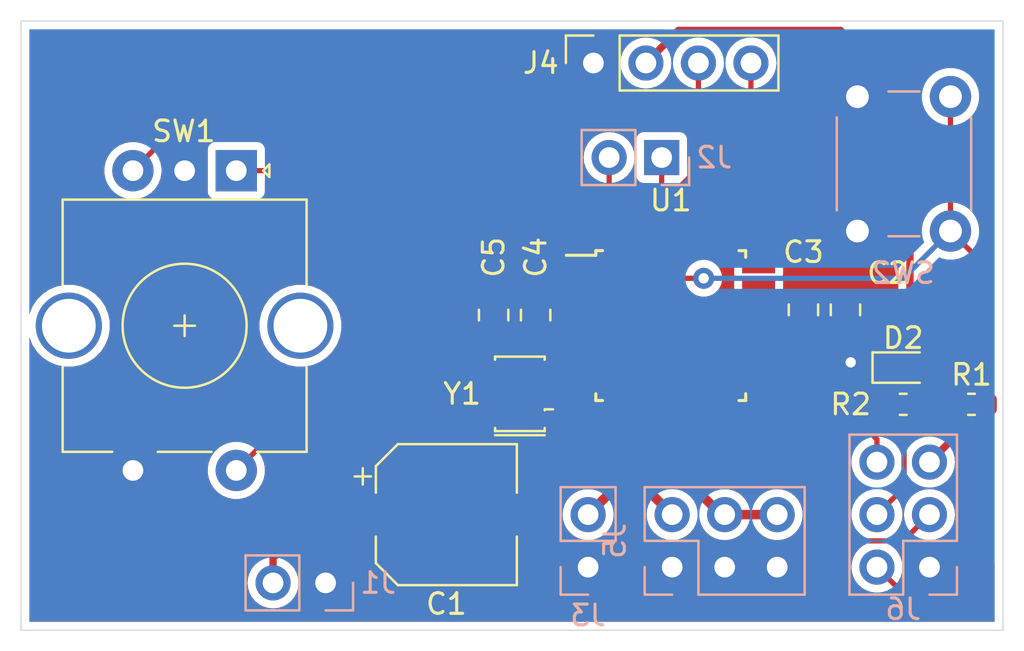
<source format=kicad_pcb>
(kicad_pcb (version 20240108) (generator "pcbnew") (generator_version "8.0")
  (layers (0 "F.Cu" signal) (31 "B.Cu" signal) (34 "B.Paste" user) (35 "F.Paste" user) (36 "B.SilkS" user "B.Silkscreen") (37 "F.SilkS" user "F.Silkscreen") (38 "B.Mask" user) (39 "F.Mask" user) (44 "Edge.Cuts" user))
  (net 0 "")
  (net 1 "GND")
  (net 2 "+5V")
  (net 3 "Net-(C3-Pad1)")
  (net 4 "/TRIG_LED")
  (net 5 "Net-(D2-Pad2)")
  (net 6 "Net-(J2-Pad2)")
  (net 7 "Net-(J2-Pad1)")
  (net 8 "/SCR_PIN")
  (net 9 "/SDA")
  (net 10 "/SCL")
  (net 11 "/RST")
  (net 12 "/SCK")
  (net 13 "/MISO")
  (net 14 "/MOSI")
  (net 15 "/ENC_B")
  (net 16 "/ENC_A")
  (net 17 "/ENC_SW")
  (net 18 "/TRIG_SW")
  (net 19 "Net-(U1-Pad26)")
  (net 20 "Net-(U1-Pad25)")
  (net 21 "Net-(U1-Pad24)")
  (net 22 "Net-(U1-Pad23)")
  (net 23 "Net-(U1-Pad22)")
  (net 24 "Net-(U1-Pad19)")
  (net 25 "Net-(U1-Pad14)")
  (net 26 "Net-(U1-Pad13)")
  (net 27 "Net-(U1-Pad12)")
  (net 28 "Net-(U1-Pad8)")
  (net 29 "Net-(U1-Pad7)")
  (footprint "Capacitor_SMD:C_0805_2012Metric" (layer "F.Cu") (at 161.798 97.536 90)
    (property "Reference" "C3" (at 2.794 0 180) (layer "F.SilkS"))
    (property "Value" "100n")
    (fp_line (start -0.258578 -0.71) (end 0.258578 -0.71) (stroke (width 0.12)) (layer "F.SilkS"))
    (fp_line (start -0.258578 0.71) (end 0.258578 0.71) (stroke (width 0.12)) (layer "F.SilkS"))
    (pad "1" smd roundrect (at -0.9375 0 90) (size 0.975 1.4) (layers "F.Cu" "F.Paste" "F.Mask") (net 3 "Net-(C3-Pad1)"))
    (pad "2" smd roundrect (at 0.9375 0 90) (size 0.975 1.4) (layers "F.Cu" "F.Paste" "F.Mask") (net 1 "GND"))
  )
  (footprint "Capacitor_SMD:C_0805_2012Metric" (layer "F.Cu") (at 148.844 97.79 90)
    (property "Reference" "C4" (at 2.794 0 90) (layer "F.SilkS"))
    (property "Value" "100n")
    (fp_line (start -0.258578 -0.71) (end 0.258578 -0.71) (stroke (width 0.12)) (layer "F.SilkS"))
    (fp_line (start -0.258578 0.71) (end 0.258578 0.71) (stroke (width 0.12)) (layer "F.SilkS"))
    (pad "1" smd roundrect (at -0.9375 0 90) (size 0.975 1.4) (layers "F.Cu" "F.Paste" "F.Mask") (net 2 "+5V"))
    (pad "2" smd roundrect (at 0.9375 0 90) (size 0.975 1.4) (layers "F.Cu" "F.Paste" "F.Mask") (net 1 "GND"))
  )
  (footprint "Capacitor_SMD:C_0805_2012Metric" (layer "F.Cu") (at 146.812 97.79 90)
    (property "Reference" "C5" (at 2.794 0 90) (layer "F.SilkS"))
    (property "Value" "10u")
    (fp_line (start -0.258578 -0.71) (end 0.258578 -0.71) (stroke (width 0.12)) (layer "F.SilkS"))
    (fp_line (start -0.258578 0.71) (end 0.258578 0.71) (stroke (width 0.12)) (layer "F.SilkS"))
    (pad "1" smd roundrect (at -0.9375 0 90) (size 0.975 1.4) (layers "F.Cu" "F.Paste" "F.Mask") (net 2 "+5V"))
    (pad "2" smd roundrect (at 0.9375 0 90) (size 0.975 1.4) (layers "F.Cu" "F.Paste" "F.Mask") (net 1 "GND"))
  )
  (footprint "LED_SMD:LED_0603_1608Metric" (layer "F.Cu") (at 166.624 100.33)
    (property "Reference" "D2" (at 0 -1.43 0) (layer "F.SilkS"))
    (property "Value" "LED")
    (fp_line (start -1.485 -0.735) (end -1.485 0.735) (stroke (width 0.12)) (layer "F.SilkS"))
    (fp_line (start -1.485 0.735) (end 0.8 0.735) (stroke (width 0.12)) (layer "F.SilkS"))
    (fp_line (start 0.8 -0.735) (end -1.485 -0.735) (stroke (width 0.12)) (layer "F.SilkS"))
    (pad "1" smd roundrect (at -0.7875 0) (size 0.875 0.95) (layers "F.Cu" "F.Paste" "F.Mask") (net 1 "GND"))
    (pad "2" smd roundrect (at 0.7875 0) (size 0.875 0.95) (layers "F.Cu" "F.Paste" "F.Mask") (net 5 "Net-(D2-Pad2)"))
  )
  (footprint "Connector_PinSocket_2.54mm:PinSocket_1x04_P2.54mm_Vertical" (layer "F.Cu") (at 151.638 85.598 90)
    (property "Reference" "J4" (at 0 -2.54 180) (layer "F.SilkS"))
    (property "Value" "OLED")
    (fp_line (start 1.33 -1.33) (end 1.33 0) (stroke (width 0.12)) (layer "F.SilkS"))
    (fp_line (start 0 -1.33) (end 1.33 -1.33) (stroke (width 0.12)) (layer "F.SilkS"))
    (fp_line (start 1.33 1.27) (end 1.33 8.95) (stroke (width 0.12)) (layer "F.SilkS"))
    (fp_line (start -1.33 1.27) (end 1.33 1.27) (stroke (width 0.12)) (layer "F.SilkS"))
    (fp_line (start -1.33 1.27) (end -1.33 8.95) (stroke (width 0.12)) (layer "F.SilkS"))
    (fp_line (start -1.33 8.95) (end 1.33 8.95) (stroke (width 0.12)) (layer "F.SilkS"))
    (pad "1" thru_hole rect (at 0 0 90) (size 1.7 1.7) (drill 1) (layers "*.Cu" "*.Mask") (net 1 "GND"))
    (pad "2" thru_hole oval (at 0 2.54 90) (size 1.7 1.7) (drill 1) (layers "*.Cu" "*.Mask") (net 2 "+5V"))
    (pad "3" thru_hole oval (at 0 5.08 90) (size 1.7 1.7) (drill 1) (layers "*.Cu" "*.Mask") (net 10 "/SCL"))
    (pad "4" thru_hole oval (at 0 7.62 90) (size 1.7 1.7) (drill 1) (layers "*.Cu" "*.Mask") (net 9 "/SDA"))
  )
  (footprint "Resistor_SMD:R_0603_1608Metric" (layer "F.Cu") (at 169.926 102.108)
    (property "Reference" "R1" (at 0 -1.43 0) (layer "F.SilkS"))
    (property "Value" "10k")
    (fp_line (start -0.162779 -0.51) (end 0.162779 -0.51) (stroke (width 0.12)) (layer "F.SilkS"))
    (fp_line (start -0.162779 0.51) (end 0.162779 0.51) (stroke (width 0.12)) (layer "F.SilkS"))
    (pad "1" smd roundrect (at -0.7875 0) (size 0.875 0.95) (layers "F.Cu" "F.Paste" "F.Mask") (net 2 "+5V"))
    (pad "2" smd roundrect (at 0.7875 0) (size 0.875 0.95) (layers "F.Cu" "F.Paste" "F.Mask") (net 11 "/RST"))
  )
  (footprint "Resistor_SMD:R_0603_1608Metric" (layer "F.Cu") (at 166.624 102.108)
    (property "Reference" "R2" (at -2.54 0 0) (layer "F.SilkS"))
    (property "Value" "1k")
    (fp_line (start -0.162779 -0.51) (end 0.162779 -0.51) (stroke (width 0.12)) (layer "F.SilkS"))
    (fp_line (start -0.162779 0.51) (end 0.162779 0.51) (stroke (width 0.12)) (layer "F.SilkS"))
    (pad "1" smd roundrect (at -0.7875 0) (size 0.875 0.95) (layers "F.Cu" "F.Paste" "F.Mask") (net 12 "/SCK"))
    (pad "2" smd roundrect (at 0.7875 0) (size 0.875 0.95) (layers "F.Cu" "F.Paste" "F.Mask") (net 5 "Net-(D2-Pad2)"))
  )
  (footprint "Rotary_Encoder:RotaryEncoder_Alps_EC11E-Switch_Vertical_H20mm_CircularMountingHoles" (layer "F.Cu") (at 134.366 90.805 -90)
    (property "Reference" "SW1" (at -1.905 2.54 180) (layer "F.SilkS"))
    (property "Value" "Rotary_Encoder_Switch")
    (fp_line (start 5.5 8.4) (end 1.4 8.4) (stroke (width 0.12)) (layer "F.SilkS"))
    (fp_line (start 13.6 8.4) (end 9.5 8.4) (stroke (width 0.12)) (layer "F.SilkS"))
    (fp_line (start 13.6 6) (end 13.6 8.4) (stroke (width 0.12)) (layer "F.SilkS"))
    (fp_line (start 7 2.5) (end 8 2.5) (stroke (width 0.12)) (layer "F.SilkS"))
    (fp_line (start 7.5 2) (end 7.5 3) (stroke (width 0.12)) (layer "F.SilkS"))
    (fp_line (start 13.6 1.2) (end 13.6 3.8) (stroke (width 0.12)) (layer "F.SilkS"))
    (fp_line (start 0 -1.3) (end -0.3 -1.6) (stroke (width 0.12)) (layer "F.SilkS"))
    (fp_line (start -0.3 -1.6) (end 0.3 -1.6) (stroke (width 0.12)) (layer "F.SilkS"))
    (fp_line (start 0.3 -1.6) (end 0 -1.3) (stroke (width 0.12)) (layer "F.SilkS"))
    (fp_line (start 1.4 -3.4) (end 1.4 8.4) (stroke (width 0.12)) (layer "F.SilkS"))
    (fp_line (start 5.5 -3.4) (end 1.4 -3.4) (stroke (width 0.12)) (layer "F.SilkS"))
    (fp_line (start 9.5 -3.4) (end 13.6 -3.4) (stroke (width 0.12)) (layer "F.SilkS"))
    (fp_line (start 13.6 -3.4) (end 13.6 -1) (stroke (width 0.12)) (layer "F.SilkS"))
    (fp_circle (center 7.5 2.5) (end 10.5 2.5) (stroke (width 0.12)) (fill none) (layer "F.SilkS"))
    (pad "A" thru_hole rect (at 0 0 270) (size 2 2) (drill 1) (layers "*.Cu" "*.Mask") (net 15 "/ENC_B"))
    (pad "B" thru_hole circle (at 0 5 270) (size 2 2) (drill 1) (layers "*.Cu" "*.Mask") (net 16 "/ENC_A"))
    (pad "C" thru_hole circle (at 0 2.5 270) (size 2 2) (drill 1) (layers "*.Cu" "*.Mask") (net 1 "GND"))
    (pad "MP" thru_hole circle (at 7.5 -3.1 270) (size 3.2 3.2) (drill 2.6) (layers "*.Cu" "*.Mask"))
    (pad "MP" thru_hole circle (at 7.5 8.1 270) (size 3.2 3.2) (drill 2.6) (layers "*.Cu" "*.Mask"))
    (pad "S1" thru_hole circle (at 14.5 5 270) (size 2 2) (drill 1) (layers "*.Cu" "*.Mask") (net 1 "GND"))
    (pad "S2" thru_hole circle (at 14.5 0 270) (size 2 2) (drill 1) (layers "*.Cu" "*.Mask") (net 17 "/ENC_SW"))
  )
  (footprint "Package_QFP:TQFP-32_7x7mm_P0.8mm" (layer "F.Cu") (at 155.38 98.298)
    (property "Reference" "U1" (at 0 -6.05 0) (layer "F.SilkS"))
    (property "Value" "ATmega328P-AU")
    (fp_line (start -3.625 -3.625) (end -3.625 -3.4) (stroke (width 0.15)) (layer "F.SilkS"))
    (fp_line (start -3.625 -3.625) (end -3.3 -3.625) (stroke (width 0.15)) (layer "F.SilkS"))
    (fp_line (start -3.625 -3.4) (end -5.05 -3.4) (stroke (width 0.15)) (layer "F.SilkS"))
    (fp_line (start -3.625 3.625) (end -3.625 3.3) (stroke (width 0.15)) (layer "F.SilkS"))
    (fp_line (start -3.625 3.625) (end -3.3 3.625) (stroke (width 0.15)) (layer "F.SilkS"))
    (fp_line (start 3.625 -3.625) (end 3.3 -3.625) (stroke (width 0.15)) (layer "F.SilkS"))
    (fp_line (start 3.625 -3.625) (end 3.625 -3.3) (stroke (width 0.15)) (layer "F.SilkS"))
    (fp_line (start 3.625 3.625) (end 3.3 3.625) (stroke (width 0.15)) (layer "F.SilkS"))
    (fp_line (start 3.625 3.625) (end 3.625 3.3) (stroke (width 0.15)) (layer "F.SilkS"))
    (pad "1" smd rect (at -4.25 -2.8) (size 1.6 0.55) (layers "F.Cu" "F.Paste" "F.Mask") (net 15 "/ENC_B"))
    (pad "2" smd rect (at -4.25 -2) (size 1.6 0.55) (layers "F.Cu" "F.Paste" "F.Mask") (net 17 "/ENC_SW"))
    (pad "3" smd rect (at -4.25 -1.2) (size 1.6 0.55) (layers "F.Cu" "F.Paste" "F.Mask") (net 1 "GND"))
    (pad "4" smd rect (at -4.25 -0.4) (size 1.6 0.55) (layers "F.Cu" "F.Paste" "F.Mask") (net 2 "+5V"))
    (pad "5" smd rect (at -4.25 0.4) (size 1.6 0.55) (layers "F.Cu" "F.Paste" "F.Mask") (net 1 "GND"))
    (pad "6" smd rect (at -4.25 1.2) (size 1.6 0.55) (layers "F.Cu" "F.Paste" "F.Mask") (net 2 "+5V"))
    (pad "7" smd rect (at -4.25 2) (size 1.6 0.55) (layers "F.Cu" "F.Paste" "F.Mask") (net 29 "Net-(U1-Pad7)"))
    (pad "8" smd rect (at -4.25 2.8) (size 1.6 0.55) (layers "F.Cu" "F.Paste" "F.Mask") (net 28 "Net-(U1-Pad8)"))
    (pad "9" smd rect (at -2.8 4.25 90) (size 1.6 0.55) (layers "F.Cu" "F.Paste" "F.Mask") (net 8 "/SCR_PIN"))
    (pad "10" smd rect (at -2 4.25 90) (size 1.6 0.55) (layers "F.Cu" "F.Paste" "F.Mask") (net 4 "/TRIG_LED"))
    (pad "11" smd rect (at -1.2 4.25 90) (size 1.6 0.55) (layers "F.Cu" "F.Paste" "F.Mask") (net 18 "/TRIG_SW"))
    (pad "12" smd rect (at -0.4 4.25 90) (size 1.6 0.55) (layers "F.Cu" "F.Paste" "F.Mask") (net 27 "Net-(U1-Pad12)"))
    (pad "13" smd rect (at 0.4 4.25 90) (size 1.6 0.55) (layers "F.Cu" "F.Paste" "F.Mask") (net 26 "Net-(U1-Pad13)"))
    (pad "14" smd rect (at 1.2 4.25 90) (size 1.6 0.55) (layers "F.Cu" "F.Paste" "F.Mask") (net 25 "Net-(U1-Pad14)"))
    (pad "15" smd rect (at 2 4.25 90) (size 1.6 0.55) (layers "F.Cu" "F.Paste" "F.Mask") (net 14 "/MOSI"))
    (pad "16" smd rect (at 2.8 4.25 90) (size 1.6 0.55) (layers "F.Cu" "F.Paste" "F.Mask") (net 13 "/MISO"))
    (pad "17" smd rect (at 4.25 2.8) (size 1.6 0.55) (layers "F.Cu" "F.Paste" "F.Mask") (net 12 "/SCK"))
    (pad "18" smd rect (at 4.25 2) (size 1.6 0.55) (layers "F.Cu" "F.Paste" "F.Mask") (net 2 "+5V"))
    (pad "19" smd rect (at 4.25 1.2) (size 1.6 0.55) (layers "F.Cu" "F.Paste" "F.Mask") (net 24 "Net-(U1-Pad19)"))
    (pad "20" smd rect (at 4.25 0.4) (size 1.6 0.55) (layers "F.Cu" "F.Paste" "F.Mask") (net 3 "Net-(C3-Pad1)"))
    (pad "21" smd rect (at 4.25 -0.4) (size 1.6 0.55) (layers "F.Cu" "F.Paste" "F.Mask") (net 1 "GND"))
    (pad "22" smd rect (at 4.25 -1.2) (size 1.6 0.55) (layers "F.Cu" "F.Paste" "F.Mask") (net 23 "Net-(U1-Pad22)"))
    (pad "23" smd rect (at 4.25 -2) (size 1.6 0.55) (layers "F.Cu" "F.Paste" "F.Mask") (net 22 "Net-(U1-Pad23)"))
    (pad "24" smd rect (at 4.25 -2.8) (size 1.6 0.55) (layers "F.Cu" "F.Paste" "F.Mask") (net 21 "Net-(U1-Pad24)"))
    (pad "25" smd rect (at 2.8 -4.25 90) (size 1.6 0.55) (layers "F.Cu" "F.Paste" "F.Mask") (net 20 "Net-(U1-Pad25)"))
    (pad "26" smd rect (at 2 -4.25 90) (size 1.6 0.55) (layers "F.Cu" "F.Paste" "F.Mask") (net 19 "Net-(U1-Pad26)"))
    (pad "27" smd rect (at 1.2 -4.25 90) (size 1.6 0.55) (layers "F.Cu" "F.Paste" "F.Mask") (net 9 "/SDA"))
    (pad "28" smd rect (at 0.4 -4.25 90) (size 1.6 0.55) (layers "F.Cu" "F.Paste" "F.Mask") (net 10 "/SCL"))
    (pad "29" smd rect (at -0.4 -4.25 90) (size 1.6 0.55) (layers "F.Cu" "F.Paste" "F.Mask") (net 11 "/RST"))
    (pad "30" smd rect (at -1.2 -4.25 90) (size 1.6 0.55) (layers "F.Cu" "F.Paste" "F.Mask") (net 7 "Net-(J2-Pad1)"))
    (pad "31" smd rect (at -2 -4.25 90) (size 1.6 0.55) (layers "F.Cu" "F.Paste" "F.Mask") (net 6 "Net-(J2-Pad2)"))
    (pad "32" smd rect (at -2.8 -4.25 90) (size 1.6 0.55) (layers "F.Cu" "F.Paste" "F.Mask") (net 16 "/ENC_A"))
  )
  (footprint "Crystal:Resonator_SMD_muRata_CSTxExxV-3Pin_3.0x1.1mm_HandSoldering" (layer "F.Cu") (at 148.082 101.6 90)
    (property "Reference" "Y1" (at 0 -2.794 180) (layer "F.SilkS"))
    (property "Value" "16MHz")
    (fp_line (start 1.8 -1.2) (end 1.65 -1.2) (stroke (width 0.12)) (layer "F.SilkS"))
    (fp_line (start 1.8 -1.2) (end 1.8 0.8) (stroke (width 0.12)) (layer "F.SilkS"))
    (fp_line (start -1.8 -1.2) (end -1.65 -1.2) (stroke (width 0.12)) (layer "F.SilkS"))
    (fp_line (start -2 -1.2) (end -2 0.8) (stroke (width 0.12)) (layer "F.SilkS"))
    (fp_line (start 1.8 0.8) (end 1.8 1.2) (stroke (width 0.12)) (layer "F.SilkS"))
    (fp_line (start -1.8 0.8) (end -1.8 -1.2) (stroke (width 0.12)) (layer "F.SilkS"))
    (fp_line (start -1.8 0.8) (end -1.8 1.2) (stroke (width 0.12)) (layer "F.SilkS"))
    (fp_line (start -2 0.8) (end -2 1.2) (stroke (width 0.12)) (layer "F.SilkS"))
    (fp_line (start 1.8 1.2) (end 1.65 1.2) (stroke (width 0.12)) (layer "F.SilkS"))
    (fp_line (start -0.75 1.2) (end -0.8 1.2) (stroke (width 0.12)) (layer "F.SilkS"))
    (fp_line (start -0.75 1.2) (end -0.75 1.6) (stroke (width 0.12)) (layer "F.SilkS"))
    (fp_line (start -1.8 1.2) (end -1.65 1.2) (stroke (width 0.12)) (layer "F.SilkS"))
    (pad "1" smd rect (at -1.2 0 90) (size 0.4 3.2) (layers "F.Cu" "F.Paste" "F.Mask") (net 28 "Net-(U1-Pad8)"))
    (pad "2" smd rect (at 0 0 90) (size 0.4 3.2) (layers "F.Cu" "F.Paste" "F.Mask") (net 1 "GND"))
    (pad "3" smd rect (at 1.2 0 90) (size 0.4 3.2) (layers "F.Cu" "F.Paste" "F.Mask") (net 29 "Net-(U1-Pad7)"))
  )
  (footprint "Capacitor_SMD:CP_Elec_6.3x5.9" (layer "F.Cu") (at 144.526 107.442)
    (property "Reference" "C1" (at 0 4.318 0) (layer "F.SilkS"))
    (property "Value" "47u")
    (fp_line (start -4.4375 -1.8475) (end -3.65 -1.8475) (stroke (width 0.12)) (layer "F.SilkS"))
    (fp_line (start -4.04375 -2.24125) (end -4.04375 -1.45375) (stroke (width 0.12)) (layer "F.SilkS"))
    (fp_line (start -3.41 -2.345563) (end -3.41 -1.06) (stroke (width 0.12)) (layer "F.SilkS"))
    (fp_line (start -3.41 -2.345563) (end -2.345563 -3.41) (stroke (width 0.12)) (layer "F.SilkS"))
    (fp_line (start -3.41 2.345563) (end -3.41 1.06) (stroke (width 0.12)) (layer "F.SilkS"))
    (fp_line (start -3.41 2.345563) (end -2.345563 3.41) (stroke (width 0.12)) (layer "F.SilkS"))
    (fp_line (start -2.345563 -3.41) (end 3.41 -3.41) (stroke (width 0.12)) (layer "F.SilkS"))
    (fp_line (start -2.345563 3.41) (end 3.41 3.41) (stroke (width 0.12)) (layer "F.SilkS"))
    (fp_line (start 3.41 -3.41) (end 3.41 -1.06) (stroke (width 0.12)) (layer "F.SilkS"))
    (fp_line (start 3.41 3.41) (end 3.41 1.06) (stroke (width 0.12)) (layer "F.SilkS"))
    (pad "1" smd roundrect (at -2.8 0) (size 3.5 1.6) (layers "F.Cu" "F.Paste" "F.Mask") (roundrect_rratio 0.15625) (net 2 "+5V"))
    (pad "2" smd roundrect (at 2.8 0) (size 3.5 1.6) (layers "F.Cu" "F.Paste" "F.Mask") (roundrect_rratio 0.15625) (net 1 "GND"))
  )
  (footprint "Capacitor_SMD:C_0805_2012Metric" (layer "F.Cu") (at 163.83 97.536 90)
    (property "Reference" "C2" (at 1.778 2.032 180) (layer "F.SilkS"))
    (property "Value" "100n")
    (fp_line (start -0.258578 -0.71) (end 0.258578 -0.71) (stroke (width 0.12)) (layer "F.SilkS"))
    (fp_line (start -0.258578 0.71) (end 0.258578 0.71) (stroke (width 0.12)) (layer "F.SilkS"))
    (pad "1" smd roundrect (at -0.9375 0 90) (size 0.975 1.4) (layers "F.Cu" "F.Paste" "F.Mask") (net 2 "+5V"))
    (pad "2" smd roundrect (at 0.9375 0 90) (size 0.975 1.4) (layers "F.Cu" "F.Paste" "F.Mask") (net 1 "GND"))
  )
  (footprint "Connector_PinHeader_2.54mm:PinHeader_1x02_P2.54mm_Vertical" (layer "B.Cu") (at 138.684 110.744 90)
    (property "Reference" "J1" (at 0 2.54 180) (layer "B.SilkS") (effects (justify mirror)))
    (property "Value" "PWR_IN")
    (fp_line (start -1.33 -3.87) (end 1.33 -3.87) (stroke (width 0.12)) (layer "B.SilkS"))
    (fp_line (start 1.33 -1.27) (end 1.33 -3.87) (stroke (width 0.12)) (layer "B.SilkS"))
    (fp_line (start -1.33 -1.27) (end -1.33 -3.87) (stroke (width 0.12)) (layer "B.SilkS"))
    (fp_line (start -1.33 -1.27) (end 1.33 -1.27) (stroke (width 0.12)) (layer "B.SilkS"))
    (fp_line (start -1.33 0) (end -1.33 1.33) (stroke (width 0.12)) (layer "B.SilkS"))
    (fp_line (start -1.33 1.33) (end 0 1.33) (stroke (width 0.12)) (layer "B.SilkS"))
    (pad "1" thru_hole rect (at 0 0 90) (size 1.7 1.7) (drill 1) (layers "*.Cu" "*.Mask") (net 1 "GND"))
    (pad "2" thru_hole oval (at 0 -2.54 90) (size 1.7 1.7) (drill 1) (layers "*.Cu" "*.Mask") (net 2 "+5V"))
  )
  (footprint "Connector_PinHeader_2.54mm:PinHeader_1x02_P2.54mm_Vertical" (layer "B.Cu") (at 154.94 90.17 90)
    (property "Reference" "J2" (at 0 2.54 0) (layer "B.SilkS") (effects (justify mirror)))
    (property "Value" "USART")
    (fp_line (start -1.33 -3.87) (end 1.33 -3.87) (stroke (width 0.12)) (layer "B.SilkS"))
    (fp_line (start 1.33 -1.27) (end 1.33 -3.87) (stroke (width 0.12)) (layer "B.SilkS"))
    (fp_line (start -1.33 -1.27) (end -1.33 -3.87) (stroke (width 0.12)) (layer "B.SilkS"))
    (fp_line (start -1.33 -1.27) (end 1.33 -1.27) (stroke (width 0.12)) (layer "B.SilkS"))
    (fp_line (start -1.33 0) (end -1.33 1.33) (stroke (width 0.12)) (layer "B.SilkS"))
    (fp_line (start -1.33 1.33) (end 0 1.33) (stroke (width 0.12)) (layer "B.SilkS"))
    (pad "1" thru_hole rect (at 0 0 90) (size 1.7 1.7) (drill 1) (layers "*.Cu" "*.Mask") (net 7 "Net-(J2-Pad1)"))
    (pad "2" thru_hole oval (at 0 -2.54 90) (size 1.7 1.7) (drill 1) (layers "*.Cu" "*.Mask") (net 6 "Net-(J2-Pad2)"))
  )
  (footprint "Connector_PinHeader_2.54mm:PinHeader_1x02_P2.54mm_Vertical" (layer "B.Cu") (at 151.384 109.982)
    (property "Reference" "J3" (at 0 2.33 0) (layer "B.SilkS") (effects (justify mirror)))
    (property "Value" "SCR")
    (fp_line (start -1.33 -3.87) (end 1.33 -3.87) (stroke (width 0.12)) (layer "B.SilkS"))
    (fp_line (start -1.33 -1.27) (end -1.33 -3.87) (stroke (width 0.12)) (layer "B.SilkS"))
    (fp_line (start -1.33 -1.27) (end 1.33 -1.27) (stroke (width 0.12)) (layer "B.SilkS"))
    (fp_line (start -1.33 0) (end -1.33 1.33) (stroke (width 0.12)) (layer "B.SilkS"))
    (fp_line (start -1.33 1.33) (end 0 1.33) (stroke (width 0.12)) (layer "B.SilkS"))
    (fp_line (start 1.33 -1.27) (end 1.33 -3.87) (stroke (width 0.12)) (layer "B.SilkS"))
    (pad "1" thru_hole rect (at 0 0) (size 1.7 1.7) (drill 1) (layers "*.Cu" "*.Mask") (net 1 "GND"))
    (pad "2" thru_hole oval (at 0 -2.54) (size 1.7 1.7) (drill 1) (layers "*.Cu" "*.Mask") (net 8 "/SCR_PIN"))
  )
  (footprint "Button_Switch_THT:SW_PUSH_6mm" (layer "B.Cu") (at 168.91 93.726 90)
    (property "Reference" "SW2" (at -2.032 -2.286 180) (layer "B.SilkS") (effects (justify mirror)))
    (property "Value" "SW_SPST")
    (fp_line (start 1 -5.5) (end 5.5 -5.5) (stroke (width 0.12)) (layer "B.SilkS"))
    (fp_line (start 6.75 -3) (end 6.75 -1.5) (stroke (width 0.12)) (layer "B.SilkS"))
    (fp_line (start -0.25 -1.5) (end -0.25 -3) (stroke (width 0.12)) (layer "B.SilkS"))
    (fp_line (start 5.5 1) (end 1 1) (stroke (width 0.12)) (layer "B.SilkS"))
    (pad "1" thru_hole circle (at 0 0) (size 2 2) (drill 1.1) (layers "*.Cu" "*.Mask") (net 11 "/RST"))
    (pad "1" thru_hole circle (at 6.5 0) (size 2 2) (drill 1.1) (layers "*.Cu" "*.Mask") (net 11 "/RST"))
    (pad "2" thru_hole circle (at 0 -4.5) (size 2 2) (drill 1.1) (layers "*.Cu" "*.Mask") (net 1 "GND"))
    (pad "2" thru_hole circle (at 6.5 -4.5) (size 2 2) (drill 1.1) (layers "*.Cu" "*.Mask") (net 1 "GND"))
  )
  (footprint "Connector_PinSocket_2.54mm:PinSocket_2x03_P2.54mm_Vertical" (layer "B.Cu") (at 155.448 109.982 -90)
    (property "Reference" "J5" (at -1.27 2.77 90) (layer "B.SilkS") (effects (justify mirror)))
    (property "Value" "Trig")
    (fp_line (start -3.87 1.33) (end -1.27 1.33) (stroke (width 0.12)) (layer "B.SilkS"))
    (fp_line (start -3.87 1.33) (end -3.87 -6.41) (stroke (width 0.12)) (layer "B.SilkS"))
    (fp_line (start -1.27 1.33) (end -1.27 -1.27) (stroke (width 0.12)) (layer "B.SilkS"))
    (fp_line (start 0 1.33) (end 1.33 1.33) (stroke (width 0.12)) (layer "B.SilkS"))
    (fp_line (start 1.33 1.33) (end 1.33 0) (stroke (width 0.12)) (layer "B.SilkS"))
    (fp_line (start -1.27 -1.27) (end 1.33 -1.27) (stroke (width 0.12)) (layer "B.SilkS"))
    (fp_line (start 1.33 -1.27) (end 1.33 -6.41) (stroke (width 0.12)) (layer "B.SilkS"))
    (fp_line (start -3.87 -6.41) (end 1.33 -6.41) (stroke (width 0.12)) (layer "B.SilkS"))
    (pad "1" thru_hole rect (at 0 0 270) (size 1.7 1.7) (drill 1) (layers "*.Cu" "*.Mask") (net 1 "GND"))
    (pad "2" thru_hole oval (at -2.54 0 270) (size 1.7 1.7) (drill 1) (layers "*.Cu" "*.Mask") (net 4 "/TRIG_LED"))
    (pad "3" thru_hole oval (at 0 -2.54 270) (size 1.7 1.7) (drill 1) (layers "*.Cu" "*.Mask") (net 1 "GND"))
    (pad "4" thru_hole oval (at -2.54 -2.54 270) (size 1.7 1.7) (drill 1) (layers "*.Cu" "*.Mask") (net 18 "/TRIG_SW"))
    (pad "5" thru_hole oval (at 0 -5.08 270) (size 1.7 1.7) (drill 1) (layers "*.Cu" "*.Mask") (net 1 "GND"))
    (pad "6" thru_hole oval (at -2.54 -5.08 270) (size 1.7 1.7) (drill 1) (layers "*.Cu" "*.Mask") (net 18 "/TRIG_SW"))
  )
  (footprint "Connector_PinSocket_2.54mm:PinSocket_2x03_P2.54mm_Vertical" (layer "B.Cu") (at 167.894 109.982)
    (property "Reference" "J6" (at -1.27 2.032 0) (layer "B.SilkS") (effects (justify mirror)))
    (property "Value" "ISP")
    (fp_line (start -3.87 -6.41) (end 1.33 -6.41) (stroke (width 0.12)) (layer "B.SilkS"))
    (fp_line (start -3.87 1.33) (end -3.87 -6.41) (stroke (width 0.12)) (layer "B.SilkS"))
    (fp_line (start -3.87 1.33) (end -1.27 1.33) (stroke (width 0.12)) (layer "B.SilkS"))
    (fp_line (start -1.27 -1.27) (end 1.33 -1.27) (stroke (width 0.12)) (layer "B.SilkS"))
    (fp_line (start -1.27 1.33) (end -1.27 -1.27) (stroke (width 0.12)) (layer "B.SilkS"))
    (fp_line (start 0 1.33) (end 1.33 1.33) (stroke (width 0.12)) (layer "B.SilkS"))
    (fp_line (start 1.33 -1.27) (end 1.33 -6.41) (stroke (width 0.12)) (layer "B.SilkS"))
    (fp_line (start 1.33 1.33) (end 1.33 0) (stroke (width 0.12)) (layer "B.SilkS"))
    (pad "1" thru_hole rect (at 0 0) (size 1.7 1.7) (drill 1) (layers "*.Cu" "*.Mask") (net 1 "GND"))
    (pad "2" thru_hole oval (at -2.54 0) (size 1.7 1.7) (drill 1) (layers "*.Cu" "*.Mask") (net 11 "/RST"))
    (pad "3" thru_hole oval (at 0 -2.54) (size 1.7 1.7) (drill 1) (layers "*.Cu" "*.Mask") (net 14 "/MOSI"))
    (pad "4" thru_hole oval (at -2.54 -2.54) (size 1.7 1.7) (drill 1) (layers "*.Cu" "*.Mask") (net 12 "/SCK"))
    (pad "5" thru_hole oval (at 0 -5.08) (size 1.7 1.7) (drill 1) (layers "*.Cu" "*.Mask") (net 2 "+5V"))
    (pad "6" thru_hole oval (at -2.54 -5.08) (size 1.7 1.7) (drill 1) (layers "*.Cu" "*.Mask") (net 13 "/MISO"))
  )
  (gr_line (start 171.45 113.03) (end 171.45 83.566) (stroke (width 0.05)) (layer "Edge.Cuts"))
  (gr_line (start 171.45 83.566) (end 123.952 83.566) (stroke (width 0.05)) (layer "Edge.Cuts"))
  (gr_line (start 123.952 83.566) (end 123.952 113.03) (stroke (width 0.05)) (layer "Edge.Cuts"))
  (gr_line (start 123.952 113.03) (end 171.45 113.03) (stroke (width 0.05)) (layer "Edge.Cuts"))
  (segment (start 148.082 101.6) (end 145.542 101.6) (width 0.254) (layer "F.Cu") (net 1))
  (via (at 164.084 100.076) (size 1.016) (drill 0.5) (layers "F.Cu" "B.Cu") (net 1))
  (segment (start 169.1385 100.661968) (end 169.1385 101.533) (width 0.3556) (layer "F.Cu") (net 2))
  (segment (start 155.75319 84.02281) (end 163.587744 84.02281) (width 0.3556) (layer "F.Cu") (net 2))
  (segment (start 157.777758 99.498) (end 158.577758 100.298) (width 0.3556) (layer "F.Cu") (net 2))
  (segment (start 169.1385 102.108) (end 169.1385 103.6575) (width 0.3556) (layer "F.Cu") (net 2))
  (segment (start 141.726 107.442) (end 141.726 103.8135) (width 0.3556) (layer "F.Cu") (net 2))
  (segment (start 141.726 103.8135) (end 146.812 98.7275) (width 0.3556) (layer "F.Cu") (net 2))
  (segment (start 151.13 97.898) (end 152.2856 97.898) (width 0.3556) (layer "F.Cu") (net 2))
  (segment (start 148.844 98.7275) (end 146.812 98.7275) (width 0.3556) (layer "F.Cu") (net 2))
  (segment (start 169.1385 103.6575) (end 167.894 104.902) (width 0.3556) (layer "F.Cu") (net 2))
  (segment (start 155.264 99.498) (end 157.777758 99.498) (width 0.3556) (layer "F.Cu") (net 2))
  (segment (start 152.724 99.498) (end 155.264 99.498) (width 0.3556) (layer "F.Cu") (net 2))
  (segment (start 152.654 99.428) (end 152.724 99.498) (width 0.3556) (layer "F.Cu") (net 2))
  (segment (start 151.13 99.498) (end 152.724 99.498) (width 0.3556) (layer "F.Cu") (net 2))
  (segment (start 139.876 107.442) (end 141.726 107.442) (width 0.3556) (layer "F.Cu") (net 2))
  (segment (start 163.587744 84.02281) (end 166.950032 87.385098) (width 0.3556) (layer "F.Cu") (net 2))
  (segment (start 149.6145 99.498) (end 151.13 99.498) (width 0.3556) (layer "F.Cu") (net 2))
  (segment (start 152.654 98.2664) (end 152.654 99.428) (width 0.3556) (layer "F.Cu") (net 2))
  (segment (start 169.1385 101.533) (end 169.1385 102.108) (width 0.3556) (layer "F.Cu") (net 2))
  (segment (start 163.83 98.4735) (end 166.950032 98.4735) (width 0.3556) (layer "F.Cu") (net 2))
  (segment (start 166.950032 98.4735) (end 169.1385 100.661968) (width 0.3556) (layer "F.Cu") (net 2))
  (segment (start 162.0055 100.298) (end 163.83 98.4735) (width 0.3556) (layer "F.Cu") (net 2))
  (segment (start 166.950032 87.385098) (end 166.950032 98.4735) (width 0.3556) (layer "F.Cu") (net 2))
  (segment (start 138.243919 107.442) (end 139.876 107.442) (width 0.3556) (layer "F.Cu") (net 2))
  (segment (start 136.144 109.541919) (end 138.243919 107.442) (width 0.3556) (layer "F.Cu") (net 2))
  (segment (start 152.2856 97.898) (end 152.654 98.2664) (width 0.3556) (layer "F.Cu") (net 2))
  (segment (start 136.144 110.744) (end 136.144 109.541919) (width 0.3556) (layer "F.Cu") (net 2))
  (segment (start 154.178 85.598) (end 155.75319 84.02281) (width 0.3556) (layer "F.Cu") (net 2))
  (segment (start 148.844 98.7275) (end 149.6145 99.498) (width 0.3556) (layer "F.Cu") (net 2))
  (segment (start 158.577758 100.298) (end 159.63 100.298) (width 0.3556) (layer "F.Cu") (net 2))
  (segment (start 159.63 100.298) (end 162.0055 100.298) (width 0.3556) (layer "F.Cu") (net 2))
  (segment (start 159.63 98.698) (end 161.5735 98.698) (width 0.254) (layer "F.Cu") (net 3))
  (segment (start 161.5735 98.698) (end 161.798 98.4735) (width 0.254) (layer "F.Cu") (net 3))
  (segment (start 153.38 105.374) (end 155.448 107.442) (width 0.4572) (layer "F.Cu") (net 4))
  (segment (start 153.38 102.548) (end 153.38 105.374) (width 0.4572) (layer "F.Cu") (net 4))
  (segment (start 167.4115 102.108) (end 167.4115 100.33) (width 0.254) (layer "F.Cu") (net 5))
  (segment (start 152.4 91.44) (end 152.4 90.17) (width 0.254) (layer "F.Cu") (net 6))
  (segment (start 153.38 92.42) (end 152.4 91.44) (width 0.254) (layer "F.Cu") (net 6))
  (segment (start 153.38 94.048) (end 153.38 92.42) (width 0.254) (layer "F.Cu") (net 6))
  (segment (start 154.18 94.048) (end 154.18 92.454) (width 0.254) (layer "F.Cu") (net 7))
  (segment (start 154.18 92.454) (end 154.94 91.694) (width 0.254) (layer "F.Cu") (net 7))
  (segment (start 154.94 91.694) (end 154.94 90.17) (width 0.254) (layer "F.Cu") (net 7))
  (segment (start 152.58 106.246) (end 152.58 102.548) (width 0.4572) (layer "F.Cu") (net 8))
  (segment (start 151.384 107.442) (end 152.58 106.246) (width 0.4572) (layer "F.Cu") (net 8))
  (segment (start 156.58 94.048) (end 156.58 91.470954) (width 0.254) (layer "F.Cu") (net 9))
  (segment (start 159.258 88.792954) (end 159.258 86.800081) (width 0.254) (layer "F.Cu") (net 9))
  (segment (start 156.58 91.470954) (end 159.258 88.792954) (width 0.254) (layer "F.Cu") (net 9))
  (segment (start 159.258 86.800081) (end 159.258 85.598) (width 0.254) (layer "F.Cu") (net 9))
  (segment (start 155.78 91.624362) (end 156.718 90.686362) (width 0.254) (layer "F.Cu") (net 10))
  (segment (start 156.718 90.686362) (end 156.718 86.800081) (width 0.254) (layer "F.Cu") (net 10))
  (segment (start 156.718 86.800081) (end 156.718 85.598) (width 0.254) (layer "F.Cu") (net 10))
  (segment (start 155.78 94.048) (end 155.78 91.624362) (width 0.254) (layer "F.Cu") (net 10))
  (segment (start 168.91 93.726) (end 170.7135 95.5295) (width 0.254) (layer "F.Cu") (net 11))
  (segment (start 166.534201 111.162201) (end 169.008161 111.162201) (width 0.254) (layer "F.Cu") (net 11))
  (segment (start 170.7135 95.5295) (end 170.7135 102.108) (width 0.254) (layer "F.Cu") (net 11))
  (segment (start 170.7135 102.683) (end 170.7135 102.108) (width 0.254) (layer "F.Cu") (net 11))
  (segment (start 170.7135 109.456862) (end 170.7135 102.683) (width 0.254) (layer "F.Cu") (net 11))
  (segment (start 165.354 109.982) (end 166.534201 111.162201) (width 0.254) (layer "F.Cu") (net 11))
  (segment (start 154.98 94.048) (end 154.98 95.102) (width 0.254) (layer "F.Cu") (net 11))
  (segment (start 155.89 96.012) (end 156.972 96.012) (width 0.254) (layer "F.Cu") (net 11))
  (segment (start 154.98 95.102) (end 155.89 96.012) (width 0.254) (layer "F.Cu") (net 11))
  (segment (start 168.91 93.726) (end 168.91 87.226) (width 0.254) (layer "F.Cu") (net 11))
  (segment (start 169.008161 111.162201) (end 170.7135 109.456862) (width 0.254) (layer "F.Cu") (net 11))
  (via (at 156.972 96.012) (size 1.016) (drill 0.5) (layers "F.Cu" "B.Cu") (net 11))
  (segment (start 166.624 96.012) (end 168.91 93.726) (width 0.254) (layer "B.Cu") (net 11))
  (segment (start 156.972 96.012) (end 166.624 96.012) (width 0.254) (layer "B.Cu") (net 11))
  (segment (start 166.662999 102.934499) (end 166.298112 102.569612) (width 0.254) (layer "F.Cu") (net 12))
  (segment (start 166.662999 106.133001) (end 166.662999 102.934499) (width 0.254) (layer "F.Cu") (net 12))
  (segment (start 159.63 101.098) (end 164.8265 101.098) (width 0.254) (layer "F.Cu") (net 12))
  (segment (start 164.8265 101.098) (end 165.8365 102.108) (width 0.254) (layer "F.Cu") (net 12))
  (segment (start 165.354 107.442) (end 166.662999 106.133001) (width 0.254) (layer "F.Cu") (net 12))
  (segment (start 166.298112 102.569612) (end 165.8365 102.108) (width 0.254) (layer "F.Cu") (net 12))
  (segment (start 158.18 102.548) (end 164.104 102.548) (width 0.254) (layer "F.Cu") (net 13))
  (segment (start 164.104 102.548) (end 165.354 103.798) (width 0.254) (layer "F.Cu") (net 13))
  (segment (start 165.354 103.798) (end 165.354 104.902) (width 0.254) (layer "F.Cu") (net 13))
  (segment (start 160.633704 104.648) (end 164.697704 108.712) (width 0.254) (layer "F.Cu") (net 14))
  (segment (start 166.624 108.712) (end 167.894 107.442) (width 0.254) (layer "F.Cu") (net 14))
  (segment (start 157.38 103.602) (end 158.426 104.648) (width 0.254) (layer "F.Cu") (net 14))
  (segment (start 158.426 104.648) (end 160.633704 104.648) (width 0.254) (layer "F.Cu") (net 14))
  (segment (start 164.697704 108.712) (end 166.624 108.712) (width 0.254) (layer "F.Cu") (net 14))
  (segment (start 157.38 102.548) (end 157.38 103.602) (width 0.254) (layer "F.Cu") (net 14))
  (segment (start 146.966 90.805) (end 151.13 94.969) (width 0.254) (layer "F.Cu") (net 15))
  (segment (start 134.366 90.805) (end 146.966 90.805) (width 0.254) (layer "F.Cu") (net 15))
  (segment (start 151.13 94.969) (end 151.13 95.498) (width 0.254) (layer "F.Cu") (net 15))
  (segment (start 152.051 94.048) (end 152.58 94.048) (width 0.254) (layer "F.Cu") (net 16))
  (segment (start 129.366 90.805) (end 131.271 88.9) (width 0.254) (layer "F.Cu") (net 16))
  (segment (start 131.271 88.9) (end 146.903 88.9) (width 0.254) (layer "F.Cu") (net 16))
  (segment (start 146.903 88.9) (end 152.051 94.048) (width 0.254) (layer "F.Cu") (net 16))
  (segment (start 143.659 96.012) (end 149.79 96.012) (width 0.254) (layer "F.Cu") (net 17))
  (segment (start 150.076 96.298) (end 151.13 96.298) (width 0.254) (layer "F.Cu") (net 17))
  (segment (start 149.79 96.012) (end 150.076 96.298) (width 0.254) (layer "F.Cu") (net 17))
  (segment (start 134.366 105.305) (end 143.659 96.012) (width 0.254) (layer "F.Cu") (net 17))
  (segment (start 154.18 103.8052) (end 157.8168 107.442) (width 0.4572) (layer "F.Cu") (net 18))
  (segment (start 157.8168 107.442) (end 157.988 107.442) (width 0.4572) (layer "F.Cu") (net 18))
  (segment (start 154.18 102.548) (end 154.18 103.8052) (width 0.4572) (layer "F.Cu") (net 18))
  (segment (start 160.528 107.442) (end 157.988 107.442) (width 0.4572) (layer "F.Cu") (net 18))
  (segment (start 149.957 102.8) (end 151.13 101.627) (width 0.254) (layer "F.Cu") (net 28))
  (segment (start 151.13 101.627) (end 151.13 101.098) (width 0.254) (layer "F.Cu") (net 28))
  (segment (start 148.082 102.8) (end 149.957 102.8) (width 0.254) (layer "F.Cu") (net 28))
  (segment (start 148.082 100.4) (end 151.028 100.4) (width 0.254) (layer "F.Cu") (net 29))
  (segment (start 151.028 100.4) (end 151.13 100.298) (width 0.254) (layer "F.Cu") (net 29))
  (zone (net 1) (net_name "GND") (layer "F.Cu") (connect_pads yes (clearance 0.254)) (min_thickness 0.254) (fill yes (thermal_gap 0.508) (thermal_bridge_width 0.508))
    (polygon (pts (xy 123.444 83.058) (xy 123.444 113.538) (xy 171.958 113.538) (xy 171.958 83.058)))
  )
  (zone (net 0) (net_name "") (layer "F.Cu") (connect_pads yes (clearance 0)) (min_thickness 0.254)
    (keepout (tracks allowed) (vias allowed) (pads allowed) (copperpour not_allowed) (footprints allowed))
    (fill (thermal_gap 0.508) (thermal_bridge_width 0.508))
    (polygon (pts (xy 133.096 89.154) (xy 133.096 89.662) (xy 135.636 89.662) (xy 135.636 89.154)))
  )
  (zone (net 0) (net_name "") (layer "F.Cu") (connect_pads (clearance 0)) (min_thickness 0.254)
    (keepout (tracks allowed) (vias allowed) (pads allowed) (copperpour not_allowed) (footprints allowed))
    (fill (thermal_gap 0.508) (thermal_bridge_width 0.508))
    (polygon (pts (xy 146.304 100.584) (xy 146.304 102.616) (xy 149.86 102.616) (xy 149.86 100.584)))
  )
  (zone (net 1) (net_name "GND") (layer "B.Cu") (connect_pads yes (clearance 0.254)) (min_thickness 0.254) (fill yes (thermal_gap 0.508) (thermal_bridge_width 0.508))
    (polygon (pts (xy 122.936 82.55) (xy 122.936 114.046) (xy 172.466 114.046) (xy 172.466 82.55)))
  )
)
</source>
